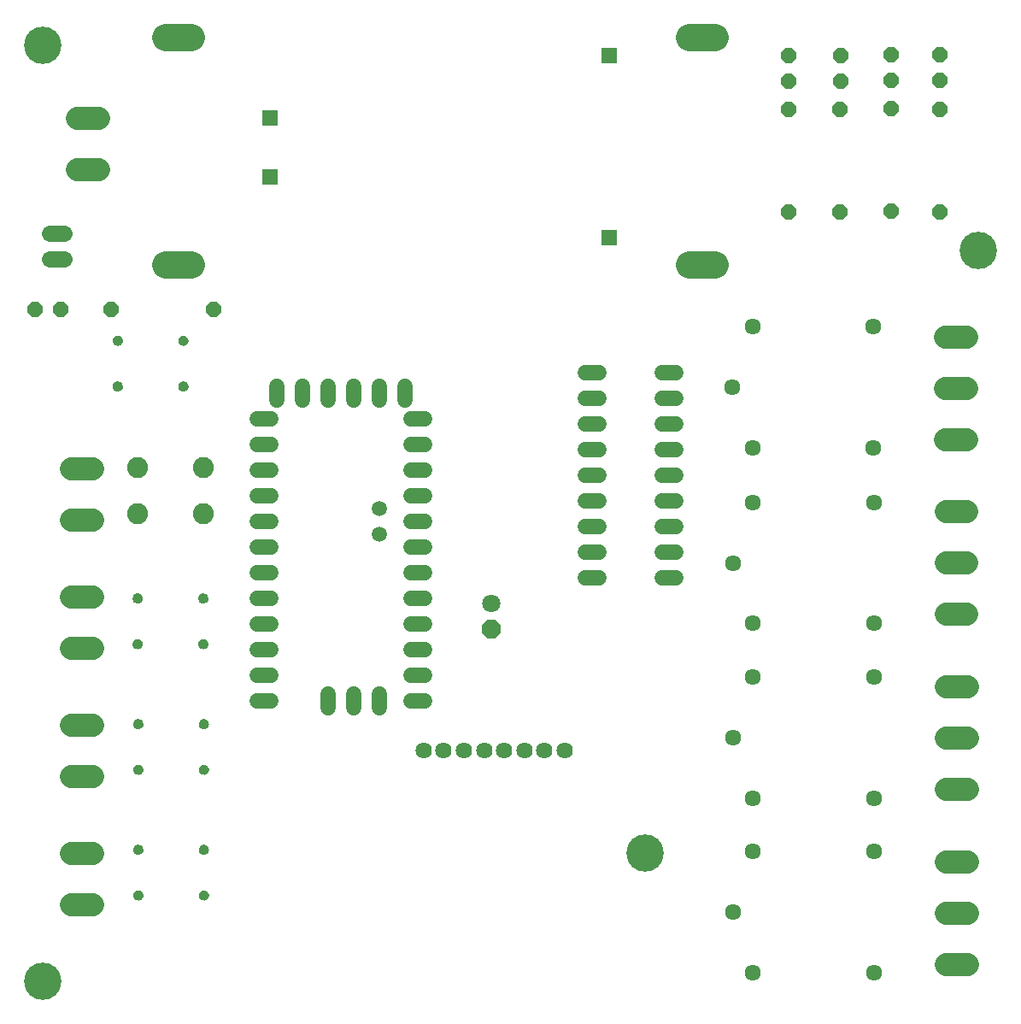
<source format=gbr>
G04 EAGLE Gerber RS-274X export*
G75*
%MOMM*%
%FSLAX34Y34*%
%LPD*%
%INSoldermask Top*%
%IPPOS*%
%AMOC8*
5,1,8,0,0,1.08239X$1,22.5*%
G01*
%ADD10C,3.703200*%
%ADD11P,1.951982X8X292.500000*%
%ADD12C,1.803400*%
%ADD13C,2.743200*%
%ADD14P,1.649562X8X292.500000*%
%ADD15P,1.649562X8X112.500000*%
%ADD16C,2.082800*%
%ADD17C,1.625600*%
%ADD18C,1.511200*%
%ADD19C,1.511200*%
%ADD20R,1.511200X1.511200*%
%ADD21C,1.524000*%
%ADD22P,1.649562X8X202.500000*%
%ADD23P,1.649562X8X22.500000*%
%ADD24C,2.298700*%
%ADD25C,1.625600*%
%ADD26C,1.611200*%

G36*
X178349Y667323D02*
X178349Y667323D01*
X178397Y667337D01*
X178487Y667355D01*
X179396Y667676D01*
X179440Y667701D01*
X179524Y667738D01*
X180339Y668253D01*
X180376Y668287D01*
X180449Y668342D01*
X181129Y669026D01*
X181158Y669067D01*
X181217Y669137D01*
X181728Y669955D01*
X181746Y670002D01*
X181789Y670083D01*
X182104Y670994D01*
X182112Y671044D01*
X182136Y671133D01*
X182241Y672091D01*
X182238Y672121D01*
X182244Y672160D01*
X182244Y672261D01*
X182239Y672289D01*
X182241Y672325D01*
X182142Y673298D01*
X182129Y673347D01*
X182112Y673437D01*
X181800Y674364D01*
X181775Y674408D01*
X181740Y674493D01*
X181229Y675327D01*
X181195Y675365D01*
X181141Y675439D01*
X180457Y676139D01*
X180416Y676168D01*
X180347Y676228D01*
X179525Y676758D01*
X179478Y676778D01*
X179398Y676822D01*
X178478Y677155D01*
X178429Y677164D01*
X178340Y677189D01*
X177369Y677309D01*
X177359Y677309D01*
X177347Y677312D01*
X177044Y677339D01*
X176994Y677334D01*
X176895Y677334D01*
X175938Y677192D01*
X175890Y677176D01*
X175800Y677156D01*
X174898Y676804D01*
X174855Y676778D01*
X174773Y676738D01*
X173972Y676195D01*
X173936Y676159D01*
X173864Y676102D01*
X173204Y675394D01*
X173177Y675352D01*
X173120Y675280D01*
X172634Y674443D01*
X172617Y674395D01*
X172577Y674312D01*
X172290Y673388D01*
X172284Y673338D01*
X172263Y673248D01*
X172197Y672383D01*
X172195Y672375D01*
X172195Y672357D01*
X172192Y672316D01*
X172188Y672287D01*
X172188Y672235D01*
X172193Y672208D01*
X172296Y671241D01*
X172310Y671193D01*
X172327Y671102D01*
X172646Y670172D01*
X172671Y670128D01*
X172707Y670043D01*
X173226Y669207D01*
X173259Y669170D01*
X173314Y669096D01*
X174005Y668396D01*
X174047Y668367D01*
X174116Y668306D01*
X174946Y667778D01*
X174993Y667759D01*
X175074Y667716D01*
X176001Y667385D01*
X176051Y667377D01*
X176139Y667353D01*
X177092Y667240D01*
X177196Y667220D01*
X177200Y667220D01*
X177203Y667218D01*
X177391Y667212D01*
X178349Y667323D01*
G37*
G36*
X113325Y667298D02*
X113325Y667298D01*
X113373Y667312D01*
X113463Y667330D01*
X114372Y667651D01*
X114416Y667676D01*
X114500Y667713D01*
X115315Y668228D01*
X115352Y668262D01*
X115425Y668317D01*
X116105Y669001D01*
X116134Y669042D01*
X116193Y669112D01*
X116704Y669930D01*
X116722Y669977D01*
X116765Y670058D01*
X117080Y670969D01*
X117088Y671019D01*
X117112Y671108D01*
X117217Y672066D01*
X117214Y672096D01*
X117220Y672135D01*
X117220Y672236D01*
X117215Y672264D01*
X117217Y672300D01*
X117118Y673273D01*
X117105Y673322D01*
X117088Y673412D01*
X116776Y674339D01*
X116751Y674383D01*
X116716Y674468D01*
X116205Y675302D01*
X116171Y675340D01*
X116117Y675414D01*
X115433Y676114D01*
X115392Y676143D01*
X115323Y676203D01*
X114501Y676733D01*
X114454Y676753D01*
X114374Y676797D01*
X113454Y677130D01*
X113405Y677139D01*
X113316Y677164D01*
X112345Y677284D01*
X112335Y677284D01*
X112323Y677287D01*
X112020Y677314D01*
X111970Y677309D01*
X111871Y677309D01*
X110914Y677167D01*
X110866Y677151D01*
X110776Y677131D01*
X109874Y676779D01*
X109831Y676753D01*
X109749Y676713D01*
X108948Y676170D01*
X108912Y676134D01*
X108840Y676077D01*
X108180Y675369D01*
X108153Y675327D01*
X108096Y675255D01*
X107610Y674418D01*
X107593Y674370D01*
X107553Y674287D01*
X107266Y673363D01*
X107260Y673313D01*
X107239Y673223D01*
X107173Y672358D01*
X107171Y672350D01*
X107171Y672332D01*
X107168Y672291D01*
X107164Y672262D01*
X107164Y672210D01*
X107169Y672183D01*
X107272Y671216D01*
X107286Y671168D01*
X107303Y671077D01*
X107622Y670147D01*
X107647Y670103D01*
X107683Y670018D01*
X108202Y669182D01*
X108235Y669145D01*
X108290Y669071D01*
X108981Y668371D01*
X109023Y668342D01*
X109092Y668281D01*
X109922Y667753D01*
X109969Y667734D01*
X110050Y667691D01*
X110977Y667360D01*
X111027Y667352D01*
X111115Y667328D01*
X112068Y667215D01*
X112172Y667195D01*
X112176Y667195D01*
X112179Y667193D01*
X112367Y667187D01*
X113325Y667298D01*
G37*
G36*
X113325Y622060D02*
X113325Y622060D01*
X113373Y622074D01*
X113463Y622092D01*
X114372Y622413D01*
X114416Y622438D01*
X114500Y622475D01*
X115315Y622990D01*
X115352Y623024D01*
X115425Y623079D01*
X116105Y623763D01*
X116134Y623804D01*
X116193Y623874D01*
X116704Y624692D01*
X116722Y624739D01*
X116765Y624820D01*
X117080Y625731D01*
X117088Y625781D01*
X117112Y625870D01*
X117217Y626828D01*
X117214Y626858D01*
X117220Y626897D01*
X117220Y626998D01*
X117215Y627026D01*
X117217Y627062D01*
X117118Y628035D01*
X117105Y628084D01*
X117088Y628174D01*
X116776Y629101D01*
X116751Y629145D01*
X116716Y629230D01*
X116205Y630064D01*
X116171Y630102D01*
X116117Y630176D01*
X115433Y630876D01*
X115392Y630905D01*
X115323Y630965D01*
X114501Y631495D01*
X114454Y631515D01*
X114374Y631559D01*
X113454Y631892D01*
X113405Y631901D01*
X113316Y631926D01*
X112345Y632046D01*
X112335Y632046D01*
X112323Y632049D01*
X112020Y632076D01*
X111970Y632071D01*
X111871Y632071D01*
X110914Y631929D01*
X110866Y631913D01*
X110776Y631893D01*
X109874Y631541D01*
X109831Y631515D01*
X109749Y631475D01*
X108948Y630932D01*
X108912Y630896D01*
X108840Y630839D01*
X108180Y630131D01*
X108153Y630089D01*
X108096Y630017D01*
X107610Y629180D01*
X107593Y629132D01*
X107553Y629049D01*
X107266Y628125D01*
X107260Y628075D01*
X107239Y627985D01*
X107173Y627120D01*
X107171Y627112D01*
X107171Y627094D01*
X107168Y627053D01*
X107164Y627024D01*
X107164Y626972D01*
X107169Y626945D01*
X107272Y625978D01*
X107286Y625930D01*
X107303Y625839D01*
X107622Y624909D01*
X107647Y624865D01*
X107683Y624780D01*
X108202Y623944D01*
X108235Y623907D01*
X108290Y623833D01*
X108981Y623133D01*
X109023Y623104D01*
X109092Y623043D01*
X109922Y622515D01*
X109969Y622496D01*
X110050Y622453D01*
X110977Y622122D01*
X111027Y622114D01*
X111115Y622090D01*
X112068Y621977D01*
X112172Y621957D01*
X112176Y621957D01*
X112179Y621955D01*
X112367Y621949D01*
X113325Y622060D01*
G37*
G36*
X178400Y622035D02*
X178400Y622035D01*
X178448Y622049D01*
X178538Y622067D01*
X179447Y622388D01*
X179491Y622413D01*
X179575Y622450D01*
X180390Y622965D01*
X180427Y622999D01*
X180500Y623054D01*
X181180Y623738D01*
X181209Y623779D01*
X181268Y623849D01*
X181779Y624667D01*
X181797Y624714D01*
X181840Y624795D01*
X182155Y625706D01*
X182163Y625756D01*
X182187Y625845D01*
X182292Y626803D01*
X182289Y626833D01*
X182295Y626872D01*
X182295Y626973D01*
X182290Y627001D01*
X182292Y627037D01*
X182193Y628010D01*
X182180Y628059D01*
X182163Y628149D01*
X181851Y629076D01*
X181826Y629120D01*
X181791Y629205D01*
X181280Y630039D01*
X181246Y630077D01*
X181192Y630151D01*
X180508Y630851D01*
X180467Y630880D01*
X180398Y630940D01*
X179576Y631470D01*
X179529Y631490D01*
X179449Y631534D01*
X178529Y631867D01*
X178480Y631876D01*
X178391Y631901D01*
X177420Y632021D01*
X177410Y632021D01*
X177398Y632024D01*
X177095Y632051D01*
X177045Y632046D01*
X176946Y632046D01*
X175989Y631904D01*
X175941Y631888D01*
X175851Y631868D01*
X174949Y631516D01*
X174906Y631490D01*
X174824Y631450D01*
X174023Y630907D01*
X173987Y630871D01*
X173915Y630814D01*
X173255Y630106D01*
X173228Y630064D01*
X173171Y629992D01*
X172685Y629155D01*
X172668Y629107D01*
X172628Y629024D01*
X172341Y628100D01*
X172335Y628050D01*
X172314Y627960D01*
X172248Y627095D01*
X172246Y627087D01*
X172246Y627069D01*
X172243Y627028D01*
X172239Y626999D01*
X172239Y626947D01*
X172244Y626920D01*
X172347Y625953D01*
X172361Y625905D01*
X172378Y625814D01*
X172697Y624884D01*
X172722Y624840D01*
X172758Y624755D01*
X173277Y623919D01*
X173310Y623882D01*
X173365Y623808D01*
X174056Y623108D01*
X174098Y623079D01*
X174167Y623018D01*
X174997Y622490D01*
X175044Y622471D01*
X175125Y622428D01*
X176052Y622097D01*
X176102Y622089D01*
X176190Y622065D01*
X177143Y621952D01*
X177247Y621932D01*
X177251Y621932D01*
X177254Y621930D01*
X177442Y621924D01*
X178400Y622035D01*
G37*
G36*
X198034Y412053D02*
X198034Y412053D01*
X198082Y412067D01*
X198172Y412085D01*
X199081Y412406D01*
X199125Y412431D01*
X199209Y412468D01*
X200024Y412983D01*
X200061Y413017D01*
X200134Y413072D01*
X200814Y413756D01*
X200843Y413797D01*
X200902Y413867D01*
X201413Y414685D01*
X201431Y414732D01*
X201474Y414813D01*
X201789Y415724D01*
X201797Y415774D01*
X201821Y415863D01*
X201926Y416821D01*
X201923Y416851D01*
X201929Y416890D01*
X201929Y416991D01*
X201924Y417019D01*
X201926Y417055D01*
X201827Y418028D01*
X201814Y418077D01*
X201797Y418167D01*
X201485Y419094D01*
X201460Y419138D01*
X201425Y419223D01*
X200914Y420057D01*
X200880Y420095D01*
X200826Y420169D01*
X200142Y420869D01*
X200101Y420898D01*
X200032Y420958D01*
X199210Y421488D01*
X199163Y421508D01*
X199083Y421552D01*
X198163Y421885D01*
X198114Y421894D01*
X198025Y421919D01*
X197054Y422039D01*
X197044Y422039D01*
X197032Y422042D01*
X196729Y422069D01*
X196679Y422064D01*
X196580Y422064D01*
X195623Y421922D01*
X195575Y421906D01*
X195485Y421886D01*
X194583Y421534D01*
X194540Y421508D01*
X194458Y421468D01*
X193657Y420925D01*
X193621Y420889D01*
X193549Y420832D01*
X192889Y420124D01*
X192862Y420082D01*
X192805Y420010D01*
X192319Y419173D01*
X192302Y419125D01*
X192262Y419042D01*
X191975Y418118D01*
X191969Y418068D01*
X191948Y417978D01*
X191882Y417113D01*
X191880Y417105D01*
X191880Y417087D01*
X191877Y417046D01*
X191873Y417017D01*
X191873Y416965D01*
X191878Y416938D01*
X191981Y415971D01*
X191995Y415923D01*
X192012Y415832D01*
X192331Y414902D01*
X192356Y414858D01*
X192392Y414773D01*
X192911Y413937D01*
X192944Y413900D01*
X192999Y413826D01*
X193690Y413126D01*
X193732Y413097D01*
X193801Y413036D01*
X194631Y412508D01*
X194678Y412489D01*
X194759Y412446D01*
X195686Y412115D01*
X195736Y412107D01*
X195824Y412083D01*
X196777Y411970D01*
X196881Y411950D01*
X196885Y411950D01*
X196888Y411948D01*
X197076Y411942D01*
X198034Y412053D01*
G37*
G36*
X133010Y412028D02*
X133010Y412028D01*
X133058Y412042D01*
X133148Y412060D01*
X134057Y412381D01*
X134101Y412406D01*
X134185Y412443D01*
X135000Y412958D01*
X135037Y412992D01*
X135110Y413047D01*
X135790Y413731D01*
X135819Y413772D01*
X135878Y413842D01*
X136389Y414660D01*
X136407Y414707D01*
X136450Y414788D01*
X136765Y415699D01*
X136773Y415749D01*
X136797Y415838D01*
X136902Y416796D01*
X136899Y416826D01*
X136905Y416865D01*
X136905Y416966D01*
X136900Y416994D01*
X136902Y417030D01*
X136803Y418003D01*
X136790Y418052D01*
X136773Y418142D01*
X136461Y419069D01*
X136436Y419113D01*
X136401Y419198D01*
X135890Y420032D01*
X135856Y420070D01*
X135802Y420144D01*
X135118Y420844D01*
X135077Y420873D01*
X135008Y420933D01*
X134186Y421463D01*
X134139Y421483D01*
X134059Y421527D01*
X133139Y421860D01*
X133090Y421869D01*
X133001Y421894D01*
X132030Y422014D01*
X132020Y422014D01*
X132008Y422017D01*
X131705Y422044D01*
X131655Y422039D01*
X131556Y422039D01*
X130599Y421897D01*
X130551Y421881D01*
X130461Y421861D01*
X129559Y421509D01*
X129516Y421483D01*
X129434Y421443D01*
X128633Y420900D01*
X128597Y420864D01*
X128525Y420807D01*
X127865Y420099D01*
X127838Y420057D01*
X127781Y419985D01*
X127295Y419148D01*
X127278Y419100D01*
X127238Y419017D01*
X126951Y418093D01*
X126945Y418043D01*
X126924Y417953D01*
X126858Y417088D01*
X126856Y417080D01*
X126856Y417062D01*
X126853Y417021D01*
X126849Y416992D01*
X126849Y416940D01*
X126854Y416913D01*
X126957Y415946D01*
X126971Y415898D01*
X126988Y415807D01*
X127307Y414877D01*
X127332Y414833D01*
X127368Y414748D01*
X127887Y413912D01*
X127920Y413875D01*
X127975Y413801D01*
X128666Y413101D01*
X128708Y413072D01*
X128777Y413011D01*
X129607Y412483D01*
X129654Y412464D01*
X129735Y412421D01*
X130662Y412090D01*
X130712Y412082D01*
X130800Y412058D01*
X131753Y411945D01*
X131857Y411925D01*
X131861Y411925D01*
X131864Y411923D01*
X132052Y411917D01*
X133010Y412028D01*
G37*
G36*
X133010Y366790D02*
X133010Y366790D01*
X133058Y366804D01*
X133148Y366822D01*
X134057Y367143D01*
X134101Y367168D01*
X134185Y367205D01*
X135000Y367720D01*
X135037Y367754D01*
X135110Y367809D01*
X135790Y368493D01*
X135819Y368534D01*
X135878Y368604D01*
X136389Y369422D01*
X136407Y369469D01*
X136450Y369550D01*
X136765Y370461D01*
X136773Y370511D01*
X136797Y370600D01*
X136902Y371558D01*
X136899Y371588D01*
X136905Y371627D01*
X136905Y371728D01*
X136900Y371756D01*
X136902Y371792D01*
X136803Y372765D01*
X136790Y372814D01*
X136773Y372904D01*
X136461Y373831D01*
X136436Y373875D01*
X136401Y373960D01*
X135890Y374794D01*
X135856Y374832D01*
X135802Y374906D01*
X135118Y375606D01*
X135077Y375635D01*
X135008Y375695D01*
X134186Y376225D01*
X134139Y376245D01*
X134059Y376289D01*
X133139Y376622D01*
X133090Y376631D01*
X133001Y376656D01*
X132030Y376776D01*
X132020Y376776D01*
X132008Y376779D01*
X131705Y376806D01*
X131655Y376801D01*
X131556Y376801D01*
X130599Y376659D01*
X130551Y376643D01*
X130461Y376623D01*
X129559Y376271D01*
X129516Y376245D01*
X129434Y376205D01*
X128633Y375662D01*
X128597Y375626D01*
X128525Y375569D01*
X127865Y374861D01*
X127838Y374819D01*
X127781Y374747D01*
X127295Y373910D01*
X127278Y373862D01*
X127238Y373779D01*
X126951Y372855D01*
X126945Y372805D01*
X126924Y372715D01*
X126858Y371850D01*
X126856Y371842D01*
X126856Y371824D01*
X126853Y371783D01*
X126849Y371754D01*
X126849Y371702D01*
X126854Y371675D01*
X126957Y370708D01*
X126971Y370660D01*
X126988Y370569D01*
X127307Y369639D01*
X127332Y369595D01*
X127368Y369510D01*
X127887Y368674D01*
X127920Y368637D01*
X127975Y368563D01*
X128666Y367863D01*
X128708Y367834D01*
X128777Y367773D01*
X129607Y367245D01*
X129654Y367226D01*
X129735Y367183D01*
X130662Y366852D01*
X130712Y366844D01*
X130800Y366820D01*
X131753Y366707D01*
X131857Y366687D01*
X131861Y366687D01*
X131864Y366685D01*
X132052Y366679D01*
X133010Y366790D01*
G37*
G36*
X198085Y366765D02*
X198085Y366765D01*
X198133Y366779D01*
X198223Y366797D01*
X199132Y367118D01*
X199176Y367143D01*
X199260Y367180D01*
X200075Y367695D01*
X200112Y367729D01*
X200185Y367784D01*
X200865Y368468D01*
X200894Y368509D01*
X200953Y368579D01*
X201464Y369397D01*
X201482Y369444D01*
X201525Y369525D01*
X201840Y370436D01*
X201848Y370486D01*
X201872Y370575D01*
X201977Y371533D01*
X201974Y371563D01*
X201980Y371602D01*
X201980Y371703D01*
X201975Y371731D01*
X201977Y371767D01*
X201878Y372740D01*
X201865Y372789D01*
X201848Y372879D01*
X201536Y373806D01*
X201511Y373850D01*
X201476Y373935D01*
X200965Y374769D01*
X200931Y374807D01*
X200877Y374881D01*
X200193Y375581D01*
X200152Y375610D01*
X200083Y375670D01*
X199261Y376200D01*
X199214Y376220D01*
X199134Y376264D01*
X198214Y376597D01*
X198165Y376606D01*
X198076Y376631D01*
X197105Y376751D01*
X197095Y376751D01*
X197083Y376754D01*
X196780Y376781D01*
X196730Y376776D01*
X196631Y376776D01*
X195674Y376634D01*
X195626Y376618D01*
X195536Y376598D01*
X194634Y376246D01*
X194591Y376220D01*
X194509Y376180D01*
X193708Y375637D01*
X193672Y375601D01*
X193600Y375544D01*
X192940Y374836D01*
X192913Y374794D01*
X192856Y374722D01*
X192370Y373885D01*
X192353Y373837D01*
X192313Y373754D01*
X192026Y372830D01*
X192020Y372780D01*
X191999Y372690D01*
X191933Y371825D01*
X191931Y371817D01*
X191931Y371799D01*
X191928Y371758D01*
X191924Y371729D01*
X191924Y371677D01*
X191929Y371650D01*
X192032Y370683D01*
X192046Y370635D01*
X192063Y370544D01*
X192382Y369614D01*
X192407Y369570D01*
X192443Y369485D01*
X192962Y368649D01*
X192995Y368612D01*
X193050Y368538D01*
X193741Y367838D01*
X193783Y367809D01*
X193852Y367748D01*
X194682Y367220D01*
X194729Y367201D01*
X194810Y367158D01*
X195737Y366827D01*
X195787Y366819D01*
X195875Y366795D01*
X196828Y366682D01*
X196932Y366662D01*
X196936Y366662D01*
X196939Y366660D01*
X197127Y366654D01*
X198085Y366765D01*
G37*
G36*
X198669Y287593D02*
X198669Y287593D01*
X198717Y287607D01*
X198807Y287625D01*
X199716Y287946D01*
X199760Y287971D01*
X199844Y288008D01*
X200659Y288523D01*
X200696Y288557D01*
X200769Y288612D01*
X201449Y289296D01*
X201478Y289337D01*
X201537Y289407D01*
X202048Y290225D01*
X202066Y290272D01*
X202109Y290353D01*
X202424Y291264D01*
X202432Y291314D01*
X202456Y291403D01*
X202561Y292361D01*
X202558Y292391D01*
X202564Y292430D01*
X202564Y292531D01*
X202559Y292559D01*
X202561Y292595D01*
X202462Y293568D01*
X202449Y293617D01*
X202432Y293707D01*
X202120Y294634D01*
X202095Y294678D01*
X202060Y294763D01*
X201549Y295597D01*
X201515Y295635D01*
X201461Y295709D01*
X200777Y296409D01*
X200736Y296438D01*
X200667Y296498D01*
X199845Y297028D01*
X199798Y297048D01*
X199718Y297092D01*
X198798Y297425D01*
X198749Y297434D01*
X198660Y297459D01*
X197689Y297579D01*
X197679Y297579D01*
X197667Y297582D01*
X197364Y297609D01*
X197314Y297604D01*
X197215Y297604D01*
X196258Y297462D01*
X196210Y297446D01*
X196120Y297426D01*
X195218Y297074D01*
X195175Y297048D01*
X195093Y297008D01*
X194292Y296465D01*
X194256Y296429D01*
X194184Y296372D01*
X193524Y295664D01*
X193497Y295622D01*
X193440Y295550D01*
X192954Y294713D01*
X192937Y294665D01*
X192897Y294582D01*
X192610Y293658D01*
X192604Y293608D01*
X192583Y293518D01*
X192517Y292653D01*
X192515Y292645D01*
X192515Y292627D01*
X192512Y292586D01*
X192508Y292557D01*
X192508Y292505D01*
X192513Y292478D01*
X192616Y291511D01*
X192630Y291463D01*
X192647Y291372D01*
X192966Y290442D01*
X192991Y290398D01*
X193027Y290313D01*
X193546Y289477D01*
X193579Y289440D01*
X193634Y289366D01*
X194325Y288666D01*
X194367Y288637D01*
X194436Y288576D01*
X195266Y288048D01*
X195313Y288029D01*
X195394Y287986D01*
X196321Y287655D01*
X196371Y287647D01*
X196459Y287623D01*
X197412Y287510D01*
X197516Y287490D01*
X197520Y287490D01*
X197523Y287488D01*
X197711Y287482D01*
X198669Y287593D01*
G37*
G36*
X133645Y287568D02*
X133645Y287568D01*
X133693Y287582D01*
X133783Y287600D01*
X134692Y287921D01*
X134736Y287946D01*
X134820Y287983D01*
X135635Y288498D01*
X135672Y288532D01*
X135745Y288587D01*
X136425Y289271D01*
X136454Y289312D01*
X136513Y289382D01*
X137024Y290200D01*
X137042Y290247D01*
X137085Y290328D01*
X137400Y291239D01*
X137408Y291289D01*
X137432Y291378D01*
X137537Y292336D01*
X137534Y292366D01*
X137540Y292405D01*
X137540Y292506D01*
X137535Y292534D01*
X137537Y292570D01*
X137438Y293543D01*
X137425Y293592D01*
X137408Y293682D01*
X137096Y294609D01*
X137071Y294653D01*
X137036Y294738D01*
X136525Y295572D01*
X136491Y295610D01*
X136437Y295684D01*
X135753Y296384D01*
X135712Y296413D01*
X135643Y296473D01*
X134821Y297003D01*
X134774Y297023D01*
X134694Y297067D01*
X133774Y297400D01*
X133725Y297409D01*
X133636Y297434D01*
X132665Y297554D01*
X132655Y297554D01*
X132643Y297557D01*
X132340Y297584D01*
X132290Y297579D01*
X132191Y297579D01*
X131234Y297437D01*
X131186Y297421D01*
X131096Y297401D01*
X130194Y297049D01*
X130151Y297023D01*
X130069Y296983D01*
X129268Y296440D01*
X129232Y296404D01*
X129160Y296347D01*
X128500Y295639D01*
X128473Y295597D01*
X128416Y295525D01*
X127930Y294688D01*
X127913Y294640D01*
X127873Y294557D01*
X127586Y293633D01*
X127580Y293583D01*
X127559Y293493D01*
X127493Y292628D01*
X127491Y292620D01*
X127491Y292602D01*
X127488Y292561D01*
X127484Y292532D01*
X127484Y292480D01*
X127489Y292453D01*
X127592Y291486D01*
X127606Y291438D01*
X127623Y291347D01*
X127942Y290417D01*
X127967Y290373D01*
X128003Y290288D01*
X128522Y289452D01*
X128555Y289415D01*
X128610Y289341D01*
X129301Y288641D01*
X129343Y288612D01*
X129412Y288551D01*
X130242Y288023D01*
X130289Y288004D01*
X130370Y287961D01*
X131297Y287630D01*
X131347Y287622D01*
X131435Y287598D01*
X132388Y287485D01*
X132492Y287465D01*
X132496Y287465D01*
X132499Y287463D01*
X132687Y287457D01*
X133645Y287568D01*
G37*
G36*
X133645Y242330D02*
X133645Y242330D01*
X133693Y242344D01*
X133783Y242362D01*
X134692Y242683D01*
X134736Y242708D01*
X134820Y242745D01*
X135635Y243260D01*
X135672Y243294D01*
X135745Y243349D01*
X136425Y244033D01*
X136454Y244074D01*
X136513Y244144D01*
X137024Y244962D01*
X137042Y245009D01*
X137085Y245090D01*
X137400Y246001D01*
X137408Y246051D01*
X137432Y246140D01*
X137537Y247098D01*
X137534Y247128D01*
X137540Y247167D01*
X137540Y247268D01*
X137535Y247296D01*
X137537Y247332D01*
X137438Y248305D01*
X137425Y248354D01*
X137408Y248444D01*
X137096Y249371D01*
X137071Y249415D01*
X137036Y249500D01*
X136525Y250334D01*
X136491Y250372D01*
X136437Y250446D01*
X135753Y251146D01*
X135712Y251175D01*
X135643Y251235D01*
X134821Y251765D01*
X134774Y251785D01*
X134694Y251829D01*
X133774Y252162D01*
X133725Y252171D01*
X133636Y252196D01*
X132665Y252316D01*
X132655Y252316D01*
X132643Y252319D01*
X132340Y252346D01*
X132290Y252341D01*
X132191Y252341D01*
X131234Y252199D01*
X131186Y252183D01*
X131096Y252163D01*
X130194Y251811D01*
X130151Y251785D01*
X130069Y251745D01*
X129268Y251202D01*
X129232Y251166D01*
X129160Y251109D01*
X128500Y250401D01*
X128473Y250359D01*
X128416Y250287D01*
X127930Y249450D01*
X127913Y249402D01*
X127873Y249319D01*
X127586Y248395D01*
X127580Y248345D01*
X127559Y248255D01*
X127493Y247390D01*
X127491Y247382D01*
X127491Y247364D01*
X127488Y247323D01*
X127484Y247294D01*
X127484Y247242D01*
X127489Y247215D01*
X127592Y246248D01*
X127606Y246200D01*
X127623Y246109D01*
X127942Y245179D01*
X127967Y245135D01*
X128003Y245050D01*
X128522Y244214D01*
X128555Y244177D01*
X128610Y244103D01*
X129301Y243403D01*
X129343Y243374D01*
X129412Y243313D01*
X130242Y242785D01*
X130289Y242766D01*
X130370Y242723D01*
X131297Y242392D01*
X131347Y242384D01*
X131435Y242360D01*
X132388Y242247D01*
X132492Y242227D01*
X132496Y242227D01*
X132499Y242225D01*
X132687Y242219D01*
X133645Y242330D01*
G37*
G36*
X198720Y242305D02*
X198720Y242305D01*
X198768Y242319D01*
X198858Y242337D01*
X199767Y242658D01*
X199811Y242683D01*
X199895Y242720D01*
X200710Y243235D01*
X200747Y243269D01*
X200820Y243324D01*
X201500Y244008D01*
X201529Y244049D01*
X201588Y244119D01*
X202099Y244937D01*
X202117Y244984D01*
X202160Y245065D01*
X202475Y245976D01*
X202483Y246026D01*
X202507Y246115D01*
X202612Y247073D01*
X202609Y247103D01*
X202615Y247142D01*
X202615Y247243D01*
X202610Y247271D01*
X202612Y247307D01*
X202513Y248280D01*
X202500Y248329D01*
X202483Y248419D01*
X202171Y249346D01*
X202146Y249390D01*
X202111Y249475D01*
X201600Y250309D01*
X201566Y250347D01*
X201512Y250421D01*
X200828Y251121D01*
X200787Y251150D01*
X200718Y251210D01*
X199896Y251740D01*
X199849Y251760D01*
X199769Y251804D01*
X198849Y252137D01*
X198800Y252146D01*
X198711Y252171D01*
X197740Y252291D01*
X197730Y252291D01*
X197718Y252294D01*
X197415Y252321D01*
X197365Y252316D01*
X197266Y252316D01*
X196309Y252174D01*
X196261Y252158D01*
X196171Y252138D01*
X195269Y251786D01*
X195226Y251760D01*
X195144Y251720D01*
X194343Y251177D01*
X194307Y251141D01*
X194235Y251084D01*
X193575Y250376D01*
X193548Y250334D01*
X193491Y250262D01*
X193005Y249425D01*
X192988Y249377D01*
X192948Y249294D01*
X192661Y248370D01*
X192655Y248320D01*
X192634Y248230D01*
X192568Y247365D01*
X192566Y247357D01*
X192566Y247339D01*
X192563Y247298D01*
X192559Y247269D01*
X192559Y247217D01*
X192564Y247190D01*
X192667Y246223D01*
X192681Y246175D01*
X192698Y246084D01*
X193017Y245154D01*
X193042Y245110D01*
X193078Y245025D01*
X193597Y244189D01*
X193630Y244152D01*
X193685Y244078D01*
X194376Y243378D01*
X194418Y243349D01*
X194487Y243288D01*
X195317Y242760D01*
X195364Y242741D01*
X195445Y242698D01*
X196372Y242367D01*
X196422Y242359D01*
X196510Y242335D01*
X197463Y242222D01*
X197567Y242202D01*
X197571Y242202D01*
X197574Y242200D01*
X197762Y242194D01*
X198720Y242305D01*
G37*
G36*
X198669Y163133D02*
X198669Y163133D01*
X198717Y163147D01*
X198807Y163165D01*
X199716Y163486D01*
X199760Y163511D01*
X199844Y163548D01*
X200659Y164063D01*
X200696Y164097D01*
X200769Y164152D01*
X201449Y164836D01*
X201478Y164877D01*
X201537Y164947D01*
X202048Y165765D01*
X202066Y165812D01*
X202109Y165893D01*
X202424Y166804D01*
X202432Y166854D01*
X202456Y166943D01*
X202561Y167901D01*
X202558Y167931D01*
X202564Y167970D01*
X202564Y168071D01*
X202559Y168099D01*
X202561Y168135D01*
X202462Y169108D01*
X202449Y169157D01*
X202432Y169247D01*
X202120Y170174D01*
X202095Y170218D01*
X202060Y170303D01*
X201549Y171137D01*
X201515Y171175D01*
X201461Y171249D01*
X200777Y171949D01*
X200736Y171978D01*
X200667Y172038D01*
X199845Y172568D01*
X199798Y172588D01*
X199718Y172632D01*
X198798Y172965D01*
X198749Y172974D01*
X198660Y172999D01*
X197689Y173119D01*
X197679Y173119D01*
X197667Y173122D01*
X197364Y173149D01*
X197314Y173144D01*
X197215Y173144D01*
X196258Y173002D01*
X196210Y172986D01*
X196120Y172966D01*
X195218Y172614D01*
X195175Y172588D01*
X195093Y172548D01*
X194292Y172005D01*
X194256Y171969D01*
X194184Y171912D01*
X193524Y171204D01*
X193497Y171162D01*
X193440Y171090D01*
X192954Y170253D01*
X192937Y170205D01*
X192897Y170122D01*
X192610Y169198D01*
X192604Y169148D01*
X192583Y169058D01*
X192517Y168193D01*
X192515Y168185D01*
X192515Y168167D01*
X192512Y168126D01*
X192508Y168097D01*
X192508Y168045D01*
X192513Y168018D01*
X192616Y167051D01*
X192630Y167003D01*
X192647Y166912D01*
X192966Y165982D01*
X192991Y165938D01*
X193027Y165853D01*
X193546Y165017D01*
X193579Y164980D01*
X193634Y164906D01*
X194325Y164206D01*
X194367Y164177D01*
X194436Y164116D01*
X195266Y163588D01*
X195313Y163569D01*
X195394Y163526D01*
X196321Y163195D01*
X196371Y163187D01*
X196459Y163163D01*
X197412Y163050D01*
X197516Y163030D01*
X197520Y163030D01*
X197523Y163028D01*
X197711Y163022D01*
X198669Y163133D01*
G37*
G36*
X133645Y163108D02*
X133645Y163108D01*
X133693Y163122D01*
X133783Y163140D01*
X134692Y163461D01*
X134736Y163486D01*
X134820Y163523D01*
X135635Y164038D01*
X135672Y164072D01*
X135745Y164127D01*
X136425Y164811D01*
X136454Y164852D01*
X136513Y164922D01*
X137024Y165740D01*
X137042Y165787D01*
X137085Y165868D01*
X137400Y166779D01*
X137408Y166829D01*
X137432Y166918D01*
X137537Y167876D01*
X137534Y167906D01*
X137540Y167945D01*
X137540Y168046D01*
X137535Y168074D01*
X137537Y168110D01*
X137438Y169083D01*
X137425Y169132D01*
X137408Y169222D01*
X137096Y170149D01*
X137071Y170193D01*
X137036Y170278D01*
X136525Y171112D01*
X136491Y171150D01*
X136437Y171224D01*
X135753Y171924D01*
X135712Y171953D01*
X135643Y172013D01*
X134821Y172543D01*
X134774Y172563D01*
X134694Y172607D01*
X133774Y172940D01*
X133725Y172949D01*
X133636Y172974D01*
X132665Y173094D01*
X132655Y173094D01*
X132643Y173097D01*
X132340Y173124D01*
X132290Y173119D01*
X132191Y173119D01*
X131234Y172977D01*
X131186Y172961D01*
X131096Y172941D01*
X130194Y172589D01*
X130151Y172563D01*
X130069Y172523D01*
X129268Y171980D01*
X129232Y171944D01*
X129160Y171887D01*
X128500Y171179D01*
X128473Y171137D01*
X128416Y171065D01*
X127930Y170228D01*
X127913Y170180D01*
X127873Y170097D01*
X127586Y169173D01*
X127580Y169123D01*
X127559Y169033D01*
X127493Y168168D01*
X127491Y168160D01*
X127491Y168142D01*
X127488Y168101D01*
X127484Y168072D01*
X127484Y168020D01*
X127489Y167993D01*
X127592Y167026D01*
X127606Y166978D01*
X127623Y166887D01*
X127942Y165957D01*
X127967Y165913D01*
X128003Y165828D01*
X128522Y164992D01*
X128555Y164955D01*
X128610Y164881D01*
X129301Y164181D01*
X129343Y164152D01*
X129412Y164091D01*
X130242Y163563D01*
X130289Y163544D01*
X130370Y163501D01*
X131297Y163170D01*
X131347Y163162D01*
X131435Y163138D01*
X132388Y163025D01*
X132492Y163005D01*
X132496Y163005D01*
X132499Y163003D01*
X132687Y162997D01*
X133645Y163108D01*
G37*
G36*
X133645Y117870D02*
X133645Y117870D01*
X133693Y117884D01*
X133783Y117902D01*
X134692Y118223D01*
X134736Y118248D01*
X134820Y118285D01*
X135635Y118800D01*
X135672Y118834D01*
X135745Y118889D01*
X136425Y119573D01*
X136454Y119614D01*
X136513Y119684D01*
X137024Y120502D01*
X137042Y120549D01*
X137085Y120630D01*
X137400Y121541D01*
X137408Y121591D01*
X137432Y121680D01*
X137537Y122638D01*
X137534Y122668D01*
X137540Y122707D01*
X137540Y122808D01*
X137535Y122836D01*
X137537Y122872D01*
X137438Y123845D01*
X137425Y123894D01*
X137408Y123984D01*
X137096Y124911D01*
X137071Y124955D01*
X137036Y125040D01*
X136525Y125874D01*
X136491Y125912D01*
X136437Y125986D01*
X135753Y126686D01*
X135712Y126715D01*
X135643Y126775D01*
X134821Y127305D01*
X134774Y127325D01*
X134694Y127369D01*
X133774Y127702D01*
X133725Y127711D01*
X133636Y127736D01*
X132665Y127856D01*
X132655Y127856D01*
X132643Y127859D01*
X132340Y127886D01*
X132290Y127881D01*
X132191Y127881D01*
X131234Y127739D01*
X131186Y127723D01*
X131096Y127703D01*
X130194Y127351D01*
X130151Y127325D01*
X130069Y127285D01*
X129268Y126742D01*
X129232Y126706D01*
X129160Y126649D01*
X128500Y125941D01*
X128473Y125899D01*
X128416Y125827D01*
X127930Y124990D01*
X127913Y124942D01*
X127873Y124859D01*
X127586Y123935D01*
X127580Y123885D01*
X127559Y123795D01*
X127493Y122930D01*
X127491Y122922D01*
X127491Y122904D01*
X127488Y122863D01*
X127484Y122834D01*
X127484Y122782D01*
X127489Y122755D01*
X127592Y121788D01*
X127606Y121740D01*
X127623Y121649D01*
X127942Y120719D01*
X127967Y120675D01*
X128003Y120590D01*
X128522Y119754D01*
X128555Y119717D01*
X128610Y119643D01*
X129301Y118943D01*
X129343Y118914D01*
X129412Y118853D01*
X130242Y118325D01*
X130289Y118306D01*
X130370Y118263D01*
X131297Y117932D01*
X131347Y117924D01*
X131435Y117900D01*
X132388Y117787D01*
X132492Y117767D01*
X132496Y117767D01*
X132499Y117765D01*
X132687Y117759D01*
X133645Y117870D01*
G37*
G36*
X198720Y117845D02*
X198720Y117845D01*
X198768Y117859D01*
X198858Y117877D01*
X199767Y118198D01*
X199811Y118223D01*
X199895Y118260D01*
X200710Y118775D01*
X200747Y118809D01*
X200820Y118864D01*
X201500Y119548D01*
X201529Y119589D01*
X201588Y119659D01*
X202099Y120477D01*
X202117Y120524D01*
X202160Y120605D01*
X202475Y121516D01*
X202483Y121566D01*
X202507Y121655D01*
X202612Y122613D01*
X202609Y122643D01*
X202615Y122682D01*
X202615Y122783D01*
X202610Y122811D01*
X202612Y122847D01*
X202513Y123820D01*
X202500Y123869D01*
X202483Y123959D01*
X202171Y124886D01*
X202146Y124930D01*
X202111Y125015D01*
X201600Y125849D01*
X201566Y125887D01*
X201512Y125961D01*
X200828Y126661D01*
X200787Y126690D01*
X200718Y126750D01*
X199896Y127280D01*
X199849Y127300D01*
X199769Y127344D01*
X198849Y127677D01*
X198800Y127686D01*
X198711Y127711D01*
X197740Y127831D01*
X197730Y127831D01*
X197718Y127834D01*
X197415Y127861D01*
X197365Y127856D01*
X197266Y127856D01*
X196309Y127714D01*
X196261Y127698D01*
X196171Y127678D01*
X195269Y127326D01*
X195226Y127300D01*
X195144Y127260D01*
X194343Y126717D01*
X194307Y126681D01*
X194235Y126624D01*
X193575Y125916D01*
X193548Y125874D01*
X193491Y125802D01*
X193005Y124965D01*
X192988Y124917D01*
X192948Y124834D01*
X192661Y123910D01*
X192655Y123860D01*
X192634Y123770D01*
X192568Y122905D01*
X192566Y122897D01*
X192566Y122879D01*
X192563Y122838D01*
X192559Y122809D01*
X192559Y122757D01*
X192564Y122730D01*
X192667Y121763D01*
X192681Y121715D01*
X192698Y121624D01*
X193017Y120694D01*
X193042Y120650D01*
X193078Y120565D01*
X193597Y119729D01*
X193630Y119692D01*
X193685Y119618D01*
X194376Y118918D01*
X194418Y118889D01*
X194487Y118828D01*
X195317Y118300D01*
X195364Y118281D01*
X195445Y118238D01*
X196372Y117907D01*
X196422Y117899D01*
X196510Y117875D01*
X197463Y117762D01*
X197567Y117742D01*
X197571Y117742D01*
X197574Y117740D01*
X197762Y117734D01*
X198720Y117845D01*
G37*
D10*
X38100Y965200D03*
X965200Y762000D03*
X635000Y165100D03*
X38100Y38100D03*
D11*
X482600Y386715D03*
D12*
X482600Y412115D03*
D13*
X184785Y972312D02*
X159385Y972312D01*
X159385Y747268D02*
X184785Y747268D01*
X678815Y972312D02*
X704215Y972312D01*
X704215Y747268D02*
X678815Y747268D01*
D14*
X777240Y955040D03*
X777240Y929640D03*
X828675Y955040D03*
X828675Y929640D03*
D15*
X776605Y800100D03*
X776605Y901700D03*
X828040Y799465D03*
X828040Y901065D03*
D16*
X196977Y501269D03*
X131953Y501269D03*
X196977Y546481D03*
X131953Y546481D03*
D17*
X555140Y266700D03*
X535140Y266700D03*
X515140Y266700D03*
X495140Y266700D03*
X475140Y266700D03*
X455140Y266700D03*
X435140Y266700D03*
X415140Y266700D03*
D18*
X269875Y613855D02*
X269875Y626935D01*
X295275Y626935D02*
X295275Y613855D01*
X320675Y613855D02*
X320675Y626935D01*
X346075Y626935D02*
X346075Y613855D01*
X371475Y613855D02*
X371475Y626935D01*
X396875Y626935D02*
X396875Y613855D01*
X263715Y594995D02*
X250635Y594995D01*
X250635Y569595D02*
X263715Y569595D01*
X263715Y544195D02*
X250635Y544195D01*
X250635Y518795D02*
X263715Y518795D01*
X263715Y493395D02*
X250635Y493395D01*
X250635Y467995D02*
X263715Y467995D01*
X263715Y442595D02*
X250635Y442595D01*
X250635Y417195D02*
X263715Y417195D01*
X263715Y391795D02*
X250635Y391795D01*
X250635Y366395D02*
X263715Y366395D01*
X263715Y340995D02*
X250635Y340995D01*
X250635Y315595D02*
X263715Y315595D01*
X403035Y594995D02*
X416115Y594995D01*
X416115Y569595D02*
X403035Y569595D01*
X403035Y544195D02*
X416115Y544195D01*
X416115Y518795D02*
X403035Y518795D01*
X403035Y493395D02*
X416115Y493395D01*
X416115Y467995D02*
X403035Y467995D01*
X403035Y442595D02*
X416115Y442595D01*
X416115Y417195D02*
X403035Y417195D01*
X403035Y391795D02*
X416115Y391795D01*
X416115Y366395D02*
X403035Y366395D01*
X403035Y340995D02*
X416115Y340995D01*
X416115Y315595D02*
X403035Y315595D01*
X371475Y322135D02*
X371475Y309055D01*
X346075Y309055D02*
X346075Y322135D01*
X320675Y322135D02*
X320675Y309055D01*
D19*
X371475Y506095D03*
X371475Y480695D03*
D20*
X263300Y834300D03*
X263300Y893300D03*
X599300Y954300D03*
X599300Y774300D03*
D21*
X588899Y640715D02*
X575691Y640715D01*
X575691Y615315D02*
X588899Y615315D01*
X588899Y488315D02*
X575691Y488315D01*
X575691Y462915D02*
X588899Y462915D01*
X588899Y589915D02*
X575691Y589915D01*
X575691Y564515D02*
X588899Y564515D01*
X588899Y513715D02*
X575691Y513715D01*
X575691Y539115D02*
X588899Y539115D01*
X588899Y437515D02*
X575691Y437515D01*
X651891Y437515D02*
X665099Y437515D01*
X665099Y462915D02*
X651891Y462915D01*
X651891Y488315D02*
X665099Y488315D01*
X665099Y513715D02*
X651891Y513715D01*
X651891Y539115D02*
X665099Y539115D01*
X665099Y564515D02*
X651891Y564515D01*
X651891Y589915D02*
X665099Y589915D01*
X665099Y615315D02*
X651891Y615315D01*
X651891Y640715D02*
X665099Y640715D01*
D15*
X878840Y800735D03*
X878840Y902335D03*
X927100Y800100D03*
X927100Y901700D03*
D14*
X878840Y955675D03*
X878840Y930275D03*
X927100Y955675D03*
X927100Y930275D03*
D22*
X207010Y702945D03*
X105410Y702945D03*
D23*
X30480Y703580D03*
X55880Y703580D03*
D24*
X72073Y892810D02*
X93028Y892810D01*
X93028Y842010D02*
X72073Y842010D01*
D25*
X59182Y778510D02*
X44958Y778510D01*
X44958Y753110D02*
X59182Y753110D01*
D26*
X861120Y566180D03*
X741120Y686180D03*
X721120Y626180D03*
X861120Y686180D03*
X741120Y566180D03*
X861755Y392190D03*
X741755Y512190D03*
X721755Y452190D03*
X861755Y512190D03*
X741755Y392190D03*
X861755Y218835D03*
X741755Y338835D03*
X721755Y278835D03*
X861755Y338835D03*
X741755Y218835D03*
X861755Y46115D03*
X741755Y166115D03*
X721755Y106115D03*
X861755Y166115D03*
X741755Y46115D03*
D24*
X931863Y574675D02*
X952818Y574675D01*
X952818Y625475D02*
X931863Y625475D01*
X931863Y676275D02*
X952818Y676275D01*
X953453Y401955D02*
X932498Y401955D01*
X932498Y452755D02*
X953453Y452755D01*
X953453Y503555D02*
X932498Y503555D01*
X933133Y228600D02*
X954088Y228600D01*
X954088Y279400D02*
X933133Y279400D01*
X933133Y330200D02*
X954088Y330200D01*
X954088Y54610D02*
X933133Y54610D01*
X933133Y105410D02*
X954088Y105410D01*
X954088Y156210D02*
X933133Y156210D01*
X86678Y546100D02*
X65723Y546100D01*
X65723Y495300D02*
X86678Y495300D01*
X86678Y419100D02*
X65723Y419100D01*
X65723Y368300D02*
X86678Y368300D01*
X86678Y292100D02*
X65723Y292100D01*
X65723Y241300D02*
X86678Y241300D01*
X86678Y165100D02*
X65723Y165100D01*
X65723Y114300D02*
X86678Y114300D01*
M02*

</source>
